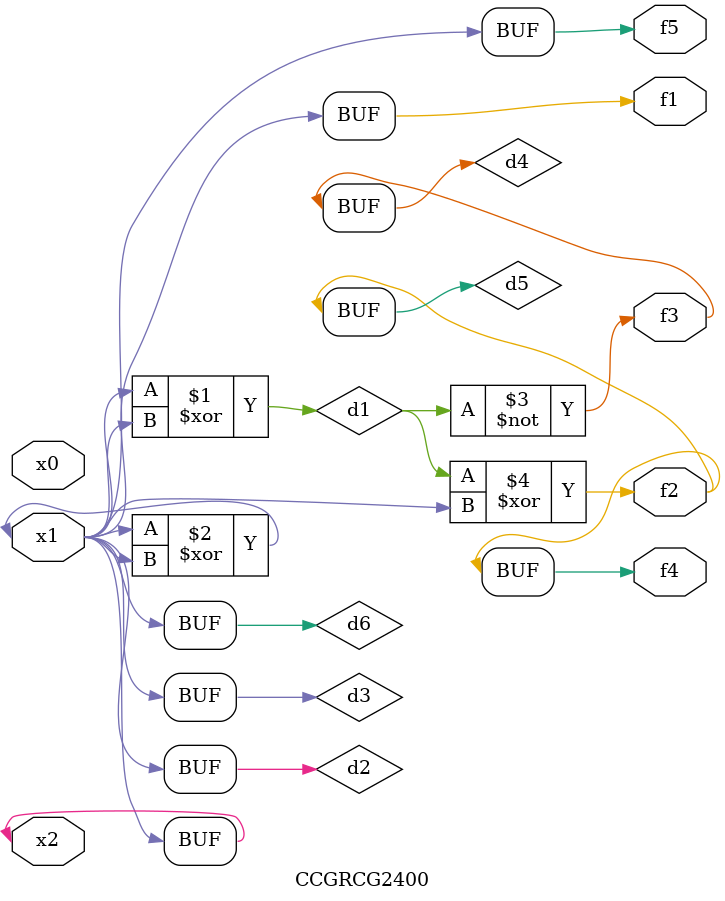
<source format=v>
module CCGRCG2400(
	input x0, x1, x2,
	output f1, f2, f3, f4, f5
);

	wire d1, d2, d3, d4, d5, d6;

	xor (d1, x1, x2);
	buf (d2, x1, x2);
	xor (d3, x1, x2);
	nor (d4, d1);
	xor (d5, d1, d2);
	buf (d6, d2, d3);
	assign f1 = d6;
	assign f2 = d5;
	assign f3 = d4;
	assign f4 = d5;
	assign f5 = d6;
endmodule

</source>
